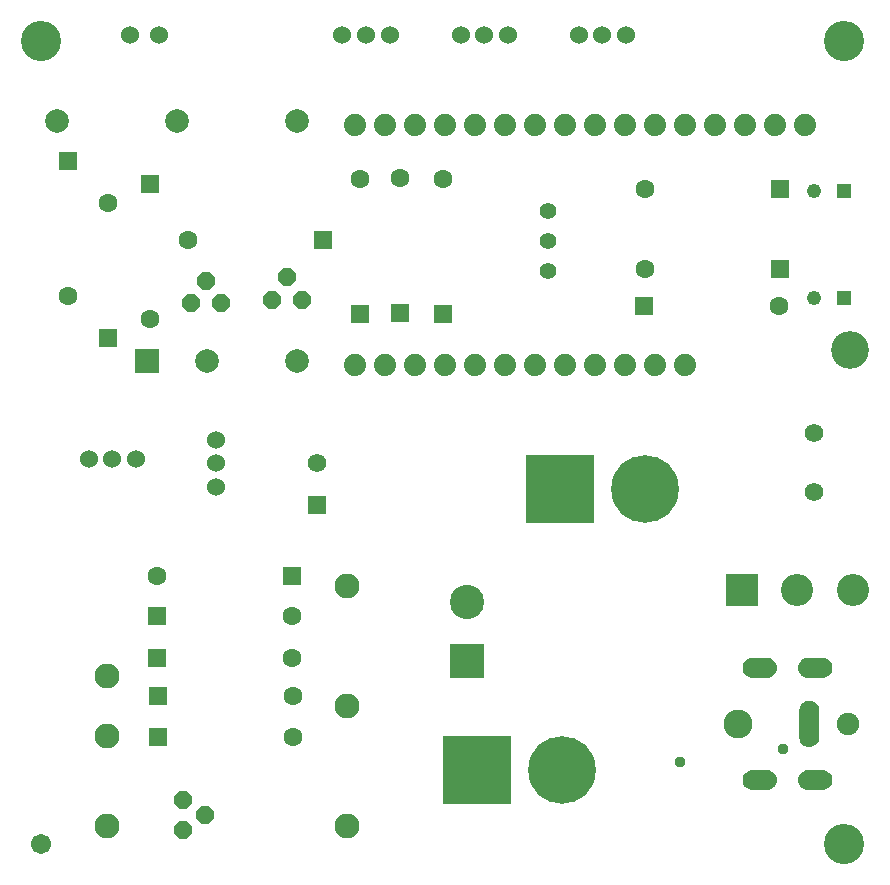
<source format=gbr>
G04 EAGLE Gerber RS-274X export*
G75*
%MOMM*%
%FSLAX34Y34*%
%LPD*%
%INSoldermask Top*%
%IPPOS*%
%AMOC8*
5,1,8,0,0,1.08239X$1,22.5*%
G01*
%ADD10C,3.403200*%
%ADD11C,1.703200*%
%ADD12C,3.203200*%
%ADD13C,1.879600*%
%ADD14C,1.524000*%
%ADD15R,1.600200X1.600200*%
%ADD16C,1.600200*%
%ADD17R,1.219200X1.219200*%
%ADD18C,1.219200*%
%ADD19R,2.723200X2.723200*%
%ADD20C,2.723200*%
%ADD21R,5.719200X5.719200*%
%ADD22C,5.719200*%
%ADD23C,1.574800*%
%ADD24R,2.903200X2.903200*%
%ADD25C,2.903200*%
%ADD26P,1.649562X8X22.500000*%
%ADD27C,1.422400*%
%ADD28R,2.003200X2.003200*%
%ADD29C,2.003200*%
%ADD30C,2.108200*%
%ADD31P,1.649562X8X292.500000*%
%ADD32R,1.561200X1.561200*%
%ADD33C,1.561200*%
%ADD34C,1.003200*%
%ADD35C,2.453200*%
%ADD36C,1.903200*%
%ADD37C,0.959600*%

G36*
X685252Y117046D02*
X685252Y117046D01*
X685289Y117043D01*
X686850Y117197D01*
X686888Y117209D01*
X686946Y117216D01*
X688446Y117671D01*
X688481Y117690D01*
X688537Y117709D01*
X689920Y118448D01*
X689950Y118473D01*
X690001Y118502D01*
X691214Y119497D01*
X691239Y119528D01*
X691283Y119566D01*
X692278Y120779D01*
X692296Y120814D01*
X692332Y120860D01*
X693071Y122243D01*
X693083Y122281D01*
X693109Y122334D01*
X693564Y123834D01*
X693568Y123874D01*
X693583Y123930D01*
X693737Y125491D01*
X693735Y125513D01*
X693739Y125540D01*
X693739Y149540D01*
X693730Y149584D01*
X693725Y149659D01*
X693395Y151005D01*
X693378Y151041D01*
X693363Y151097D01*
X692777Y152354D01*
X692753Y152386D01*
X692727Y152438D01*
X691907Y153556D01*
X691878Y153582D01*
X691842Y153629D01*
X690820Y154565D01*
X690786Y154585D01*
X690742Y154624D01*
X689557Y155343D01*
X689519Y155356D01*
X689468Y155385D01*
X688166Y155859D01*
X688126Y155865D01*
X688071Y155883D01*
X686701Y156094D01*
X686661Y156092D01*
X686603Y156099D01*
X685221Y156039D01*
X683751Y155992D01*
X683713Y155983D01*
X683654Y155980D01*
X682219Y155647D01*
X682183Y155630D01*
X682126Y155615D01*
X680783Y155009D01*
X680751Y154986D01*
X680699Y154960D01*
X679500Y154103D01*
X679473Y154074D01*
X679426Y154039D01*
X678418Y152964D01*
X678397Y152930D01*
X678358Y152887D01*
X677579Y151636D01*
X677565Y151599D01*
X677535Y151548D01*
X677015Y150170D01*
X677008Y150131D01*
X676989Y150075D01*
X676748Y148622D01*
X676749Y148587D01*
X676741Y148540D01*
X676741Y124540D01*
X676744Y124522D01*
X676743Y124513D01*
X676748Y124493D01*
X676748Y124458D01*
X676989Y123005D01*
X677003Y122967D01*
X677015Y122910D01*
X677535Y121532D01*
X677556Y121498D01*
X677579Y121444D01*
X678358Y120193D01*
X678385Y120165D01*
X678418Y120116D01*
X679426Y119041D01*
X679459Y119019D01*
X679500Y118977D01*
X680699Y118120D01*
X680735Y118104D01*
X680783Y118071D01*
X682126Y117465D01*
X682165Y117456D01*
X682219Y117433D01*
X683654Y117100D01*
X683694Y117099D01*
X683751Y117088D01*
X685224Y117041D01*
X685252Y117046D01*
G37*
G36*
X649261Y175545D02*
X649261Y175545D01*
X649289Y175543D01*
X650850Y175697D01*
X650888Y175709D01*
X650946Y175716D01*
X652446Y176171D01*
X652481Y176190D01*
X652537Y176209D01*
X653920Y176948D01*
X653950Y176973D01*
X654001Y177002D01*
X655214Y177997D01*
X655239Y178028D01*
X655283Y178066D01*
X656278Y179279D01*
X656296Y179314D01*
X656332Y179360D01*
X657071Y180743D01*
X657083Y180781D01*
X657109Y180834D01*
X657564Y182334D01*
X657568Y182374D01*
X657583Y182430D01*
X657737Y183991D01*
X657734Y184021D01*
X657738Y184045D01*
X657735Y184058D01*
X657737Y184089D01*
X657583Y185650D01*
X657571Y185688D01*
X657564Y185746D01*
X657109Y187246D01*
X657090Y187281D01*
X657071Y187337D01*
X656332Y188720D01*
X656307Y188750D01*
X656278Y188801D01*
X655283Y190014D01*
X655252Y190039D01*
X655214Y190083D01*
X654001Y191078D01*
X653966Y191096D01*
X653920Y191132D01*
X652537Y191871D01*
X652499Y191883D01*
X652446Y191909D01*
X650946Y192364D01*
X650906Y192368D01*
X650850Y192383D01*
X649289Y192537D01*
X649267Y192535D01*
X649240Y192539D01*
X637240Y192539D01*
X637219Y192535D01*
X637191Y192537D01*
X635630Y192383D01*
X635592Y192371D01*
X635534Y192364D01*
X634034Y191909D01*
X633999Y191890D01*
X633943Y191871D01*
X632560Y191132D01*
X632530Y191107D01*
X632479Y191078D01*
X631266Y190083D01*
X631241Y190052D01*
X631197Y190014D01*
X630202Y188801D01*
X630184Y188766D01*
X630148Y188720D01*
X629409Y187337D01*
X629397Y187299D01*
X629371Y187246D01*
X628916Y185746D01*
X628912Y185706D01*
X628897Y185650D01*
X628743Y184089D01*
X628747Y184050D01*
X628746Y184035D01*
X628742Y184011D01*
X628744Y184004D01*
X628743Y183991D01*
X628897Y182430D01*
X628909Y182392D01*
X628916Y182334D01*
X629371Y180834D01*
X629390Y180799D01*
X629409Y180743D01*
X630148Y179360D01*
X630173Y179330D01*
X630202Y179279D01*
X631197Y178066D01*
X631228Y178041D01*
X631266Y177997D01*
X632479Y177002D01*
X632514Y176984D01*
X632560Y176948D01*
X633943Y176209D01*
X633981Y176197D01*
X634034Y176171D01*
X635534Y175716D01*
X635574Y175712D01*
X635630Y175697D01*
X637191Y175543D01*
X637213Y175545D01*
X637240Y175541D01*
X649240Y175541D01*
X649261Y175545D01*
G37*
G36*
X696261Y175545D02*
X696261Y175545D01*
X696289Y175543D01*
X697850Y175697D01*
X697888Y175709D01*
X697946Y175716D01*
X699446Y176171D01*
X699481Y176190D01*
X699537Y176209D01*
X700920Y176948D01*
X700950Y176973D01*
X701001Y177002D01*
X702214Y177997D01*
X702239Y178028D01*
X702283Y178066D01*
X703278Y179279D01*
X703296Y179314D01*
X703332Y179360D01*
X704071Y180743D01*
X704083Y180781D01*
X704109Y180834D01*
X704564Y182334D01*
X704568Y182374D01*
X704583Y182430D01*
X704737Y183991D01*
X704734Y184021D01*
X704738Y184045D01*
X704735Y184058D01*
X704737Y184089D01*
X704583Y185650D01*
X704571Y185688D01*
X704564Y185746D01*
X704109Y187246D01*
X704090Y187281D01*
X704071Y187337D01*
X703332Y188720D01*
X703307Y188750D01*
X703278Y188801D01*
X702283Y190014D01*
X702252Y190039D01*
X702214Y190083D01*
X701001Y191078D01*
X700966Y191096D01*
X700920Y191132D01*
X699537Y191871D01*
X699499Y191883D01*
X699446Y191909D01*
X697946Y192364D01*
X697906Y192368D01*
X697850Y192383D01*
X696289Y192537D01*
X696267Y192535D01*
X696240Y192539D01*
X684240Y192539D01*
X684219Y192535D01*
X684191Y192537D01*
X682630Y192383D01*
X682592Y192371D01*
X682534Y192364D01*
X681034Y191909D01*
X680999Y191890D01*
X680943Y191871D01*
X679560Y191132D01*
X679530Y191107D01*
X679479Y191078D01*
X678266Y190083D01*
X678241Y190052D01*
X678197Y190014D01*
X677202Y188801D01*
X677184Y188766D01*
X677148Y188720D01*
X676409Y187337D01*
X676397Y187299D01*
X676371Y187246D01*
X675916Y185746D01*
X675912Y185706D01*
X675897Y185650D01*
X675743Y184089D01*
X675747Y184050D01*
X675746Y184035D01*
X675742Y184011D01*
X675744Y184004D01*
X675743Y183991D01*
X675897Y182430D01*
X675909Y182392D01*
X675916Y182334D01*
X676371Y180834D01*
X676390Y180799D01*
X676409Y180743D01*
X677148Y179360D01*
X677173Y179330D01*
X677202Y179279D01*
X678197Y178066D01*
X678228Y178041D01*
X678266Y177997D01*
X679479Y177002D01*
X679514Y176984D01*
X679560Y176948D01*
X680943Y176209D01*
X680981Y176197D01*
X681034Y176171D01*
X682534Y175716D01*
X682574Y175712D01*
X682630Y175697D01*
X684191Y175543D01*
X684213Y175545D01*
X684240Y175541D01*
X696240Y175541D01*
X696261Y175545D01*
G37*
G36*
X649261Y80545D02*
X649261Y80545D01*
X649289Y80543D01*
X650850Y80697D01*
X650888Y80709D01*
X650946Y80716D01*
X652446Y81171D01*
X652481Y81190D01*
X652537Y81209D01*
X653920Y81948D01*
X653950Y81973D01*
X654001Y82002D01*
X655214Y82997D01*
X655239Y83028D01*
X655283Y83066D01*
X656278Y84279D01*
X656296Y84314D01*
X656332Y84360D01*
X657071Y85743D01*
X657083Y85781D01*
X657109Y85834D01*
X657564Y87334D01*
X657568Y87374D01*
X657583Y87430D01*
X657737Y88991D01*
X657734Y89021D01*
X657738Y89045D01*
X657735Y89058D01*
X657737Y89089D01*
X657583Y90650D01*
X657571Y90688D01*
X657564Y90746D01*
X657109Y92246D01*
X657090Y92281D01*
X657071Y92337D01*
X656332Y93720D01*
X656307Y93750D01*
X656278Y93801D01*
X655283Y95014D01*
X655252Y95039D01*
X655214Y95083D01*
X654001Y96078D01*
X653966Y96096D01*
X653920Y96132D01*
X652537Y96871D01*
X652499Y96883D01*
X652446Y96909D01*
X650946Y97364D01*
X650906Y97368D01*
X650850Y97383D01*
X649289Y97537D01*
X649267Y97535D01*
X649240Y97539D01*
X637240Y97539D01*
X637219Y97535D01*
X637191Y97537D01*
X635630Y97383D01*
X635592Y97371D01*
X635534Y97364D01*
X634034Y96909D01*
X633999Y96890D01*
X633943Y96871D01*
X632560Y96132D01*
X632530Y96107D01*
X632479Y96078D01*
X631266Y95083D01*
X631241Y95052D01*
X631197Y95014D01*
X630202Y93801D01*
X630184Y93766D01*
X630148Y93720D01*
X629409Y92337D01*
X629397Y92299D01*
X629371Y92246D01*
X628916Y90746D01*
X628912Y90706D01*
X628897Y90650D01*
X628743Y89089D01*
X628747Y89050D01*
X628746Y89035D01*
X628742Y89011D01*
X628744Y89004D01*
X628743Y88991D01*
X628897Y87430D01*
X628909Y87392D01*
X628916Y87334D01*
X629371Y85834D01*
X629390Y85799D01*
X629409Y85743D01*
X630148Y84360D01*
X630173Y84330D01*
X630202Y84279D01*
X631197Y83066D01*
X631228Y83041D01*
X631266Y82997D01*
X632479Y82002D01*
X632514Y81984D01*
X632560Y81948D01*
X633943Y81209D01*
X633981Y81197D01*
X634034Y81171D01*
X635534Y80716D01*
X635574Y80712D01*
X635630Y80697D01*
X637191Y80543D01*
X637213Y80545D01*
X637240Y80541D01*
X649240Y80541D01*
X649261Y80545D01*
G37*
G36*
X696261Y80545D02*
X696261Y80545D01*
X696289Y80543D01*
X697850Y80697D01*
X697888Y80709D01*
X697946Y80716D01*
X699446Y81171D01*
X699481Y81190D01*
X699537Y81209D01*
X700920Y81948D01*
X700950Y81973D01*
X701001Y82002D01*
X702214Y82997D01*
X702239Y83028D01*
X702283Y83066D01*
X703278Y84279D01*
X703296Y84314D01*
X703332Y84360D01*
X704071Y85743D01*
X704083Y85781D01*
X704109Y85834D01*
X704564Y87334D01*
X704568Y87374D01*
X704583Y87430D01*
X704737Y88991D01*
X704734Y89021D01*
X704738Y89045D01*
X704735Y89058D01*
X704737Y89089D01*
X704583Y90650D01*
X704571Y90688D01*
X704564Y90746D01*
X704109Y92246D01*
X704090Y92281D01*
X704071Y92337D01*
X703332Y93720D01*
X703307Y93750D01*
X703278Y93801D01*
X702283Y95014D01*
X702252Y95039D01*
X702214Y95083D01*
X701001Y96078D01*
X700966Y96096D01*
X700920Y96132D01*
X699537Y96871D01*
X699499Y96883D01*
X699446Y96909D01*
X697946Y97364D01*
X697906Y97368D01*
X697850Y97383D01*
X696289Y97537D01*
X696267Y97535D01*
X696240Y97539D01*
X684240Y97539D01*
X684219Y97535D01*
X684191Y97537D01*
X682630Y97383D01*
X682592Y97371D01*
X682534Y97364D01*
X681034Y96909D01*
X680999Y96890D01*
X680943Y96871D01*
X679560Y96132D01*
X679530Y96107D01*
X679479Y96078D01*
X678266Y95083D01*
X678241Y95052D01*
X678197Y95014D01*
X677202Y93801D01*
X677184Y93766D01*
X677148Y93720D01*
X676409Y92337D01*
X676397Y92299D01*
X676371Y92246D01*
X675916Y90746D01*
X675912Y90706D01*
X675897Y90650D01*
X675743Y89089D01*
X675747Y89050D01*
X675746Y89035D01*
X675742Y89011D01*
X675744Y89004D01*
X675743Y88991D01*
X675897Y87430D01*
X675909Y87392D01*
X675916Y87334D01*
X676371Y85834D01*
X676390Y85799D01*
X676409Y85743D01*
X677148Y84360D01*
X677173Y84330D01*
X677202Y84279D01*
X678197Y83066D01*
X678228Y83041D01*
X678266Y82997D01*
X679479Y82002D01*
X679514Y81984D01*
X679560Y81948D01*
X680943Y81209D01*
X680981Y81197D01*
X681034Y81171D01*
X682534Y80716D01*
X682574Y80712D01*
X682630Y80697D01*
X684191Y80543D01*
X684213Y80545D01*
X684240Y80541D01*
X696240Y80541D01*
X696261Y80545D01*
G37*
D10*
X35000Y715000D03*
X715000Y715000D03*
X715000Y35000D03*
D11*
X35000Y35000D03*
D12*
X719400Y452700D03*
D13*
X300300Y643200D03*
X325700Y643200D03*
X351100Y643200D03*
X376500Y643200D03*
X401900Y643200D03*
X427300Y643200D03*
X452700Y643200D03*
X478100Y643200D03*
X503500Y643200D03*
X528900Y643200D03*
X554300Y643200D03*
X579700Y643200D03*
X605100Y643200D03*
X630500Y643200D03*
X655900Y643200D03*
X681300Y643200D03*
X579700Y440000D03*
X554300Y440000D03*
X528900Y440000D03*
X503500Y440000D03*
X478100Y440000D03*
X452700Y440000D03*
X427300Y440000D03*
X401900Y440000D03*
X376500Y440000D03*
X351100Y440000D03*
X325700Y440000D03*
X300300Y440000D03*
D14*
X290000Y720000D03*
X310066Y720000D03*
X329878Y720000D03*
D15*
X660400Y521970D03*
D16*
X546100Y521970D03*
D15*
X660400Y589280D03*
D16*
X546100Y589280D03*
D17*
X715000Y497540D03*
D18*
X689600Y497540D03*
D17*
X715000Y587540D03*
D18*
X689600Y587540D03*
D14*
X110000Y720000D03*
X134892Y720000D03*
X182670Y336980D03*
X182670Y357046D03*
X182670Y376858D03*
X114970Y360860D03*
X94904Y360860D03*
X75092Y360860D03*
D19*
X628240Y249970D03*
D20*
X675240Y249970D03*
X722240Y249970D03*
D21*
X404120Y97260D03*
D22*
X476120Y97260D03*
D23*
X689060Y332940D03*
X689060Y382978D03*
D24*
X395820Y189400D03*
D25*
X395820Y239400D03*
D14*
X490000Y720000D03*
X510066Y720000D03*
X529878Y720000D03*
X390000Y720000D03*
X410066Y720000D03*
X429878Y720000D03*
D21*
X474000Y335000D03*
D22*
X546000Y335000D03*
D26*
X186950Y492790D03*
X174250Y511840D03*
X161550Y492790D03*
D15*
X304720Y483710D03*
D16*
X304720Y598010D03*
D15*
X273470Y545830D03*
D16*
X159170Y545830D03*
D15*
X126700Y593280D03*
D16*
X126700Y478980D03*
D15*
X57810Y613290D03*
D16*
X57810Y498990D03*
D15*
X91620Y463500D03*
D16*
X91620Y577800D03*
D15*
X133400Y159780D03*
D16*
X247700Y159780D03*
D15*
X132950Y192260D03*
D16*
X247250Y192260D03*
D27*
X463810Y570800D03*
X463810Y545400D03*
X463810Y520000D03*
D28*
X124600Y443400D03*
D29*
X175400Y443400D03*
X251600Y443400D03*
X48400Y646600D03*
X150000Y646600D03*
X251600Y646600D03*
D30*
X294150Y253230D03*
X294150Y151630D03*
X294150Y50030D03*
X90950Y50030D03*
X90950Y126230D03*
X90950Y177030D03*
D15*
X247540Y261790D03*
D16*
X133240Y261790D03*
D31*
X154660Y46650D03*
X173710Y59350D03*
X154660Y72050D03*
D15*
X134040Y125530D03*
D16*
X248340Y125530D03*
D26*
X255370Y495810D03*
X242670Y514860D03*
X229970Y495810D03*
D15*
X133150Y228000D03*
D16*
X247450Y228000D03*
D15*
X374720Y483710D03*
D16*
X374720Y598010D03*
D15*
X338890Y484090D03*
D16*
X338890Y598390D03*
D32*
X268300Y322030D03*
D33*
X268300Y357030D03*
D34*
X690240Y89040D03*
X685240Y136540D03*
X690240Y184040D03*
X643240Y89040D03*
X643240Y184040D03*
D35*
X625240Y136540D03*
D36*
X717740Y136540D03*
D15*
X545000Y490000D03*
D16*
X659300Y490000D03*
D37*
X662940Y115570D03*
X576072Y104394D03*
M02*

</source>
